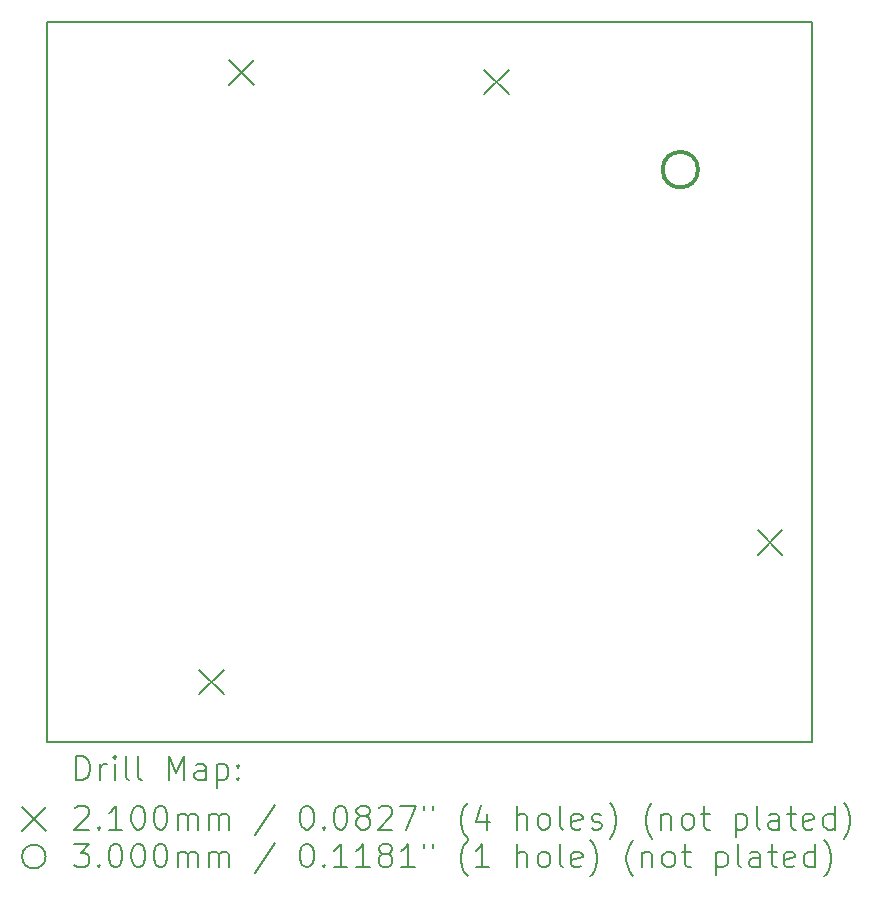
<source format=gbr>
%TF.GenerationSoftware,KiCad,Pcbnew,8.0.5*%
%TF.CreationDate,2024-10-17T13:29:13-04:00*%
%TF.ProjectId,PCB,5043422e-6b69-4636-9164-5f7063625858,rev?*%
%TF.SameCoordinates,Original*%
%TF.FileFunction,Drillmap*%
%TF.FilePolarity,Positive*%
%FSLAX45Y45*%
G04 Gerber Fmt 4.5, Leading zero omitted, Abs format (unit mm)*
G04 Created by KiCad (PCBNEW 8.0.5) date 2024-10-17 13:29:13*
%MOMM*%
%LPD*%
G01*
G04 APERTURE LIST*
%ADD10C,0.200000*%
%ADD11C,0.210000*%
%ADD12C,0.300000*%
G04 APERTURE END LIST*
D10*
X17145000Y-8382000D02*
X23622000Y-8382000D01*
X23622000Y-14478000D01*
X17145000Y-14478000D01*
X17145000Y-8382000D01*
D11*
X18437000Y-13865000D02*
X18647000Y-14075000D01*
X18647000Y-13865000D02*
X18437000Y-14075000D01*
X18691000Y-8705000D02*
X18901000Y-8915000D01*
X18901000Y-8705000D02*
X18691000Y-8915000D01*
X20850000Y-8785000D02*
X21060000Y-8995000D01*
X21060000Y-8785000D02*
X20850000Y-8995000D01*
X23163000Y-12686000D02*
X23373000Y-12896000D01*
X23373000Y-12686000D02*
X23163000Y-12896000D01*
D12*
X22659000Y-9632000D02*
G75*
G02*
X22359000Y-9632000I-150000J0D01*
G01*
X22359000Y-9632000D02*
G75*
G02*
X22659000Y-9632000I150000J0D01*
G01*
D10*
X17395777Y-14799484D02*
X17395777Y-14599484D01*
X17395777Y-14599484D02*
X17443396Y-14599484D01*
X17443396Y-14599484D02*
X17471967Y-14609008D01*
X17471967Y-14609008D02*
X17491015Y-14628055D01*
X17491015Y-14628055D02*
X17500539Y-14647103D01*
X17500539Y-14647103D02*
X17510063Y-14685198D01*
X17510063Y-14685198D02*
X17510063Y-14713769D01*
X17510063Y-14713769D02*
X17500539Y-14751865D01*
X17500539Y-14751865D02*
X17491015Y-14770912D01*
X17491015Y-14770912D02*
X17471967Y-14789960D01*
X17471967Y-14789960D02*
X17443396Y-14799484D01*
X17443396Y-14799484D02*
X17395777Y-14799484D01*
X17595777Y-14799484D02*
X17595777Y-14666150D01*
X17595777Y-14704246D02*
X17605301Y-14685198D01*
X17605301Y-14685198D02*
X17614824Y-14675674D01*
X17614824Y-14675674D02*
X17633872Y-14666150D01*
X17633872Y-14666150D02*
X17652920Y-14666150D01*
X17719586Y-14799484D02*
X17719586Y-14666150D01*
X17719586Y-14599484D02*
X17710063Y-14609008D01*
X17710063Y-14609008D02*
X17719586Y-14618531D01*
X17719586Y-14618531D02*
X17729110Y-14609008D01*
X17729110Y-14609008D02*
X17719586Y-14599484D01*
X17719586Y-14599484D02*
X17719586Y-14618531D01*
X17843396Y-14799484D02*
X17824348Y-14789960D01*
X17824348Y-14789960D02*
X17814824Y-14770912D01*
X17814824Y-14770912D02*
X17814824Y-14599484D01*
X17948158Y-14799484D02*
X17929110Y-14789960D01*
X17929110Y-14789960D02*
X17919586Y-14770912D01*
X17919586Y-14770912D02*
X17919586Y-14599484D01*
X18176729Y-14799484D02*
X18176729Y-14599484D01*
X18176729Y-14599484D02*
X18243396Y-14742341D01*
X18243396Y-14742341D02*
X18310063Y-14599484D01*
X18310063Y-14599484D02*
X18310063Y-14799484D01*
X18491015Y-14799484D02*
X18491015Y-14694722D01*
X18491015Y-14694722D02*
X18481491Y-14675674D01*
X18481491Y-14675674D02*
X18462444Y-14666150D01*
X18462444Y-14666150D02*
X18424348Y-14666150D01*
X18424348Y-14666150D02*
X18405301Y-14675674D01*
X18491015Y-14789960D02*
X18471967Y-14799484D01*
X18471967Y-14799484D02*
X18424348Y-14799484D01*
X18424348Y-14799484D02*
X18405301Y-14789960D01*
X18405301Y-14789960D02*
X18395777Y-14770912D01*
X18395777Y-14770912D02*
X18395777Y-14751865D01*
X18395777Y-14751865D02*
X18405301Y-14732817D01*
X18405301Y-14732817D02*
X18424348Y-14723293D01*
X18424348Y-14723293D02*
X18471967Y-14723293D01*
X18471967Y-14723293D02*
X18491015Y-14713769D01*
X18586253Y-14666150D02*
X18586253Y-14866150D01*
X18586253Y-14675674D02*
X18605301Y-14666150D01*
X18605301Y-14666150D02*
X18643396Y-14666150D01*
X18643396Y-14666150D02*
X18662444Y-14675674D01*
X18662444Y-14675674D02*
X18671967Y-14685198D01*
X18671967Y-14685198D02*
X18681491Y-14704246D01*
X18681491Y-14704246D02*
X18681491Y-14761388D01*
X18681491Y-14761388D02*
X18671967Y-14780436D01*
X18671967Y-14780436D02*
X18662444Y-14789960D01*
X18662444Y-14789960D02*
X18643396Y-14799484D01*
X18643396Y-14799484D02*
X18605301Y-14799484D01*
X18605301Y-14799484D02*
X18586253Y-14789960D01*
X18767205Y-14780436D02*
X18776729Y-14789960D01*
X18776729Y-14789960D02*
X18767205Y-14799484D01*
X18767205Y-14799484D02*
X18757682Y-14789960D01*
X18757682Y-14789960D02*
X18767205Y-14780436D01*
X18767205Y-14780436D02*
X18767205Y-14799484D01*
X18767205Y-14675674D02*
X18776729Y-14685198D01*
X18776729Y-14685198D02*
X18767205Y-14694722D01*
X18767205Y-14694722D02*
X18757682Y-14685198D01*
X18757682Y-14685198D02*
X18767205Y-14675674D01*
X18767205Y-14675674D02*
X18767205Y-14694722D01*
X16935000Y-15028000D02*
X17135000Y-15228000D01*
X17135000Y-15028000D02*
X16935000Y-15228000D01*
X17386253Y-15038531D02*
X17395777Y-15029008D01*
X17395777Y-15029008D02*
X17414824Y-15019484D01*
X17414824Y-15019484D02*
X17462444Y-15019484D01*
X17462444Y-15019484D02*
X17481491Y-15029008D01*
X17481491Y-15029008D02*
X17491015Y-15038531D01*
X17491015Y-15038531D02*
X17500539Y-15057579D01*
X17500539Y-15057579D02*
X17500539Y-15076627D01*
X17500539Y-15076627D02*
X17491015Y-15105198D01*
X17491015Y-15105198D02*
X17376729Y-15219484D01*
X17376729Y-15219484D02*
X17500539Y-15219484D01*
X17586253Y-15200436D02*
X17595777Y-15209960D01*
X17595777Y-15209960D02*
X17586253Y-15219484D01*
X17586253Y-15219484D02*
X17576729Y-15209960D01*
X17576729Y-15209960D02*
X17586253Y-15200436D01*
X17586253Y-15200436D02*
X17586253Y-15219484D01*
X17786253Y-15219484D02*
X17671967Y-15219484D01*
X17729110Y-15219484D02*
X17729110Y-15019484D01*
X17729110Y-15019484D02*
X17710063Y-15048055D01*
X17710063Y-15048055D02*
X17691015Y-15067103D01*
X17691015Y-15067103D02*
X17671967Y-15076627D01*
X17910063Y-15019484D02*
X17929110Y-15019484D01*
X17929110Y-15019484D02*
X17948158Y-15029008D01*
X17948158Y-15029008D02*
X17957682Y-15038531D01*
X17957682Y-15038531D02*
X17967205Y-15057579D01*
X17967205Y-15057579D02*
X17976729Y-15095674D01*
X17976729Y-15095674D02*
X17976729Y-15143293D01*
X17976729Y-15143293D02*
X17967205Y-15181388D01*
X17967205Y-15181388D02*
X17957682Y-15200436D01*
X17957682Y-15200436D02*
X17948158Y-15209960D01*
X17948158Y-15209960D02*
X17929110Y-15219484D01*
X17929110Y-15219484D02*
X17910063Y-15219484D01*
X17910063Y-15219484D02*
X17891015Y-15209960D01*
X17891015Y-15209960D02*
X17881491Y-15200436D01*
X17881491Y-15200436D02*
X17871967Y-15181388D01*
X17871967Y-15181388D02*
X17862444Y-15143293D01*
X17862444Y-15143293D02*
X17862444Y-15095674D01*
X17862444Y-15095674D02*
X17871967Y-15057579D01*
X17871967Y-15057579D02*
X17881491Y-15038531D01*
X17881491Y-15038531D02*
X17891015Y-15029008D01*
X17891015Y-15029008D02*
X17910063Y-15019484D01*
X18100539Y-15019484D02*
X18119586Y-15019484D01*
X18119586Y-15019484D02*
X18138634Y-15029008D01*
X18138634Y-15029008D02*
X18148158Y-15038531D01*
X18148158Y-15038531D02*
X18157682Y-15057579D01*
X18157682Y-15057579D02*
X18167205Y-15095674D01*
X18167205Y-15095674D02*
X18167205Y-15143293D01*
X18167205Y-15143293D02*
X18157682Y-15181388D01*
X18157682Y-15181388D02*
X18148158Y-15200436D01*
X18148158Y-15200436D02*
X18138634Y-15209960D01*
X18138634Y-15209960D02*
X18119586Y-15219484D01*
X18119586Y-15219484D02*
X18100539Y-15219484D01*
X18100539Y-15219484D02*
X18081491Y-15209960D01*
X18081491Y-15209960D02*
X18071967Y-15200436D01*
X18071967Y-15200436D02*
X18062444Y-15181388D01*
X18062444Y-15181388D02*
X18052920Y-15143293D01*
X18052920Y-15143293D02*
X18052920Y-15095674D01*
X18052920Y-15095674D02*
X18062444Y-15057579D01*
X18062444Y-15057579D02*
X18071967Y-15038531D01*
X18071967Y-15038531D02*
X18081491Y-15029008D01*
X18081491Y-15029008D02*
X18100539Y-15019484D01*
X18252920Y-15219484D02*
X18252920Y-15086150D01*
X18252920Y-15105198D02*
X18262444Y-15095674D01*
X18262444Y-15095674D02*
X18281491Y-15086150D01*
X18281491Y-15086150D02*
X18310063Y-15086150D01*
X18310063Y-15086150D02*
X18329110Y-15095674D01*
X18329110Y-15095674D02*
X18338634Y-15114722D01*
X18338634Y-15114722D02*
X18338634Y-15219484D01*
X18338634Y-15114722D02*
X18348158Y-15095674D01*
X18348158Y-15095674D02*
X18367205Y-15086150D01*
X18367205Y-15086150D02*
X18395777Y-15086150D01*
X18395777Y-15086150D02*
X18414825Y-15095674D01*
X18414825Y-15095674D02*
X18424348Y-15114722D01*
X18424348Y-15114722D02*
X18424348Y-15219484D01*
X18519586Y-15219484D02*
X18519586Y-15086150D01*
X18519586Y-15105198D02*
X18529110Y-15095674D01*
X18529110Y-15095674D02*
X18548158Y-15086150D01*
X18548158Y-15086150D02*
X18576729Y-15086150D01*
X18576729Y-15086150D02*
X18595777Y-15095674D01*
X18595777Y-15095674D02*
X18605301Y-15114722D01*
X18605301Y-15114722D02*
X18605301Y-15219484D01*
X18605301Y-15114722D02*
X18614825Y-15095674D01*
X18614825Y-15095674D02*
X18633872Y-15086150D01*
X18633872Y-15086150D02*
X18662444Y-15086150D01*
X18662444Y-15086150D02*
X18681491Y-15095674D01*
X18681491Y-15095674D02*
X18691015Y-15114722D01*
X18691015Y-15114722D02*
X18691015Y-15219484D01*
X19081491Y-15009960D02*
X18910063Y-15267103D01*
X19338634Y-15019484D02*
X19357682Y-15019484D01*
X19357682Y-15019484D02*
X19376729Y-15029008D01*
X19376729Y-15029008D02*
X19386253Y-15038531D01*
X19386253Y-15038531D02*
X19395777Y-15057579D01*
X19395777Y-15057579D02*
X19405301Y-15095674D01*
X19405301Y-15095674D02*
X19405301Y-15143293D01*
X19405301Y-15143293D02*
X19395777Y-15181388D01*
X19395777Y-15181388D02*
X19386253Y-15200436D01*
X19386253Y-15200436D02*
X19376729Y-15209960D01*
X19376729Y-15209960D02*
X19357682Y-15219484D01*
X19357682Y-15219484D02*
X19338634Y-15219484D01*
X19338634Y-15219484D02*
X19319587Y-15209960D01*
X19319587Y-15209960D02*
X19310063Y-15200436D01*
X19310063Y-15200436D02*
X19300539Y-15181388D01*
X19300539Y-15181388D02*
X19291015Y-15143293D01*
X19291015Y-15143293D02*
X19291015Y-15095674D01*
X19291015Y-15095674D02*
X19300539Y-15057579D01*
X19300539Y-15057579D02*
X19310063Y-15038531D01*
X19310063Y-15038531D02*
X19319587Y-15029008D01*
X19319587Y-15029008D02*
X19338634Y-15019484D01*
X19491015Y-15200436D02*
X19500539Y-15209960D01*
X19500539Y-15209960D02*
X19491015Y-15219484D01*
X19491015Y-15219484D02*
X19481491Y-15209960D01*
X19481491Y-15209960D02*
X19491015Y-15200436D01*
X19491015Y-15200436D02*
X19491015Y-15219484D01*
X19624348Y-15019484D02*
X19643396Y-15019484D01*
X19643396Y-15019484D02*
X19662444Y-15029008D01*
X19662444Y-15029008D02*
X19671968Y-15038531D01*
X19671968Y-15038531D02*
X19681491Y-15057579D01*
X19681491Y-15057579D02*
X19691015Y-15095674D01*
X19691015Y-15095674D02*
X19691015Y-15143293D01*
X19691015Y-15143293D02*
X19681491Y-15181388D01*
X19681491Y-15181388D02*
X19671968Y-15200436D01*
X19671968Y-15200436D02*
X19662444Y-15209960D01*
X19662444Y-15209960D02*
X19643396Y-15219484D01*
X19643396Y-15219484D02*
X19624348Y-15219484D01*
X19624348Y-15219484D02*
X19605301Y-15209960D01*
X19605301Y-15209960D02*
X19595777Y-15200436D01*
X19595777Y-15200436D02*
X19586253Y-15181388D01*
X19586253Y-15181388D02*
X19576729Y-15143293D01*
X19576729Y-15143293D02*
X19576729Y-15095674D01*
X19576729Y-15095674D02*
X19586253Y-15057579D01*
X19586253Y-15057579D02*
X19595777Y-15038531D01*
X19595777Y-15038531D02*
X19605301Y-15029008D01*
X19605301Y-15029008D02*
X19624348Y-15019484D01*
X19805301Y-15105198D02*
X19786253Y-15095674D01*
X19786253Y-15095674D02*
X19776729Y-15086150D01*
X19776729Y-15086150D02*
X19767206Y-15067103D01*
X19767206Y-15067103D02*
X19767206Y-15057579D01*
X19767206Y-15057579D02*
X19776729Y-15038531D01*
X19776729Y-15038531D02*
X19786253Y-15029008D01*
X19786253Y-15029008D02*
X19805301Y-15019484D01*
X19805301Y-15019484D02*
X19843396Y-15019484D01*
X19843396Y-15019484D02*
X19862444Y-15029008D01*
X19862444Y-15029008D02*
X19871968Y-15038531D01*
X19871968Y-15038531D02*
X19881491Y-15057579D01*
X19881491Y-15057579D02*
X19881491Y-15067103D01*
X19881491Y-15067103D02*
X19871968Y-15086150D01*
X19871968Y-15086150D02*
X19862444Y-15095674D01*
X19862444Y-15095674D02*
X19843396Y-15105198D01*
X19843396Y-15105198D02*
X19805301Y-15105198D01*
X19805301Y-15105198D02*
X19786253Y-15114722D01*
X19786253Y-15114722D02*
X19776729Y-15124246D01*
X19776729Y-15124246D02*
X19767206Y-15143293D01*
X19767206Y-15143293D02*
X19767206Y-15181388D01*
X19767206Y-15181388D02*
X19776729Y-15200436D01*
X19776729Y-15200436D02*
X19786253Y-15209960D01*
X19786253Y-15209960D02*
X19805301Y-15219484D01*
X19805301Y-15219484D02*
X19843396Y-15219484D01*
X19843396Y-15219484D02*
X19862444Y-15209960D01*
X19862444Y-15209960D02*
X19871968Y-15200436D01*
X19871968Y-15200436D02*
X19881491Y-15181388D01*
X19881491Y-15181388D02*
X19881491Y-15143293D01*
X19881491Y-15143293D02*
X19871968Y-15124246D01*
X19871968Y-15124246D02*
X19862444Y-15114722D01*
X19862444Y-15114722D02*
X19843396Y-15105198D01*
X19957682Y-15038531D02*
X19967206Y-15029008D01*
X19967206Y-15029008D02*
X19986253Y-15019484D01*
X19986253Y-15019484D02*
X20033872Y-15019484D01*
X20033872Y-15019484D02*
X20052920Y-15029008D01*
X20052920Y-15029008D02*
X20062444Y-15038531D01*
X20062444Y-15038531D02*
X20071968Y-15057579D01*
X20071968Y-15057579D02*
X20071968Y-15076627D01*
X20071968Y-15076627D02*
X20062444Y-15105198D01*
X20062444Y-15105198D02*
X19948158Y-15219484D01*
X19948158Y-15219484D02*
X20071968Y-15219484D01*
X20138634Y-15019484D02*
X20271968Y-15019484D01*
X20271968Y-15019484D02*
X20186253Y-15219484D01*
X20338634Y-15019484D02*
X20338634Y-15057579D01*
X20414825Y-15019484D02*
X20414825Y-15057579D01*
X20710063Y-15295674D02*
X20700539Y-15286150D01*
X20700539Y-15286150D02*
X20681491Y-15257579D01*
X20681491Y-15257579D02*
X20671968Y-15238531D01*
X20671968Y-15238531D02*
X20662444Y-15209960D01*
X20662444Y-15209960D02*
X20652920Y-15162341D01*
X20652920Y-15162341D02*
X20652920Y-15124246D01*
X20652920Y-15124246D02*
X20662444Y-15076627D01*
X20662444Y-15076627D02*
X20671968Y-15048055D01*
X20671968Y-15048055D02*
X20681491Y-15029008D01*
X20681491Y-15029008D02*
X20700539Y-15000436D01*
X20700539Y-15000436D02*
X20710063Y-14990912D01*
X20871968Y-15086150D02*
X20871968Y-15219484D01*
X20824349Y-15009960D02*
X20776730Y-15152817D01*
X20776730Y-15152817D02*
X20900539Y-15152817D01*
X21129111Y-15219484D02*
X21129111Y-15019484D01*
X21214825Y-15219484D02*
X21214825Y-15114722D01*
X21214825Y-15114722D02*
X21205301Y-15095674D01*
X21205301Y-15095674D02*
X21186253Y-15086150D01*
X21186253Y-15086150D02*
X21157682Y-15086150D01*
X21157682Y-15086150D02*
X21138634Y-15095674D01*
X21138634Y-15095674D02*
X21129111Y-15105198D01*
X21338634Y-15219484D02*
X21319587Y-15209960D01*
X21319587Y-15209960D02*
X21310063Y-15200436D01*
X21310063Y-15200436D02*
X21300539Y-15181388D01*
X21300539Y-15181388D02*
X21300539Y-15124246D01*
X21300539Y-15124246D02*
X21310063Y-15105198D01*
X21310063Y-15105198D02*
X21319587Y-15095674D01*
X21319587Y-15095674D02*
X21338634Y-15086150D01*
X21338634Y-15086150D02*
X21367206Y-15086150D01*
X21367206Y-15086150D02*
X21386253Y-15095674D01*
X21386253Y-15095674D02*
X21395777Y-15105198D01*
X21395777Y-15105198D02*
X21405301Y-15124246D01*
X21405301Y-15124246D02*
X21405301Y-15181388D01*
X21405301Y-15181388D02*
X21395777Y-15200436D01*
X21395777Y-15200436D02*
X21386253Y-15209960D01*
X21386253Y-15209960D02*
X21367206Y-15219484D01*
X21367206Y-15219484D02*
X21338634Y-15219484D01*
X21519587Y-15219484D02*
X21500539Y-15209960D01*
X21500539Y-15209960D02*
X21491015Y-15190912D01*
X21491015Y-15190912D02*
X21491015Y-15019484D01*
X21671968Y-15209960D02*
X21652920Y-15219484D01*
X21652920Y-15219484D02*
X21614825Y-15219484D01*
X21614825Y-15219484D02*
X21595777Y-15209960D01*
X21595777Y-15209960D02*
X21586253Y-15190912D01*
X21586253Y-15190912D02*
X21586253Y-15114722D01*
X21586253Y-15114722D02*
X21595777Y-15095674D01*
X21595777Y-15095674D02*
X21614825Y-15086150D01*
X21614825Y-15086150D02*
X21652920Y-15086150D01*
X21652920Y-15086150D02*
X21671968Y-15095674D01*
X21671968Y-15095674D02*
X21681492Y-15114722D01*
X21681492Y-15114722D02*
X21681492Y-15133769D01*
X21681492Y-15133769D02*
X21586253Y-15152817D01*
X21757682Y-15209960D02*
X21776730Y-15219484D01*
X21776730Y-15219484D02*
X21814825Y-15219484D01*
X21814825Y-15219484D02*
X21833873Y-15209960D01*
X21833873Y-15209960D02*
X21843396Y-15190912D01*
X21843396Y-15190912D02*
X21843396Y-15181388D01*
X21843396Y-15181388D02*
X21833873Y-15162341D01*
X21833873Y-15162341D02*
X21814825Y-15152817D01*
X21814825Y-15152817D02*
X21786253Y-15152817D01*
X21786253Y-15152817D02*
X21767206Y-15143293D01*
X21767206Y-15143293D02*
X21757682Y-15124246D01*
X21757682Y-15124246D02*
X21757682Y-15114722D01*
X21757682Y-15114722D02*
X21767206Y-15095674D01*
X21767206Y-15095674D02*
X21786253Y-15086150D01*
X21786253Y-15086150D02*
X21814825Y-15086150D01*
X21814825Y-15086150D02*
X21833873Y-15095674D01*
X21910063Y-15295674D02*
X21919587Y-15286150D01*
X21919587Y-15286150D02*
X21938634Y-15257579D01*
X21938634Y-15257579D02*
X21948158Y-15238531D01*
X21948158Y-15238531D02*
X21957682Y-15209960D01*
X21957682Y-15209960D02*
X21967206Y-15162341D01*
X21967206Y-15162341D02*
X21967206Y-15124246D01*
X21967206Y-15124246D02*
X21957682Y-15076627D01*
X21957682Y-15076627D02*
X21948158Y-15048055D01*
X21948158Y-15048055D02*
X21938634Y-15029008D01*
X21938634Y-15029008D02*
X21919587Y-15000436D01*
X21919587Y-15000436D02*
X21910063Y-14990912D01*
X22271968Y-15295674D02*
X22262444Y-15286150D01*
X22262444Y-15286150D02*
X22243396Y-15257579D01*
X22243396Y-15257579D02*
X22233873Y-15238531D01*
X22233873Y-15238531D02*
X22224349Y-15209960D01*
X22224349Y-15209960D02*
X22214825Y-15162341D01*
X22214825Y-15162341D02*
X22214825Y-15124246D01*
X22214825Y-15124246D02*
X22224349Y-15076627D01*
X22224349Y-15076627D02*
X22233873Y-15048055D01*
X22233873Y-15048055D02*
X22243396Y-15029008D01*
X22243396Y-15029008D02*
X22262444Y-15000436D01*
X22262444Y-15000436D02*
X22271968Y-14990912D01*
X22348158Y-15086150D02*
X22348158Y-15219484D01*
X22348158Y-15105198D02*
X22357682Y-15095674D01*
X22357682Y-15095674D02*
X22376730Y-15086150D01*
X22376730Y-15086150D02*
X22405301Y-15086150D01*
X22405301Y-15086150D02*
X22424349Y-15095674D01*
X22424349Y-15095674D02*
X22433872Y-15114722D01*
X22433872Y-15114722D02*
X22433872Y-15219484D01*
X22557682Y-15219484D02*
X22538634Y-15209960D01*
X22538634Y-15209960D02*
X22529111Y-15200436D01*
X22529111Y-15200436D02*
X22519587Y-15181388D01*
X22519587Y-15181388D02*
X22519587Y-15124246D01*
X22519587Y-15124246D02*
X22529111Y-15105198D01*
X22529111Y-15105198D02*
X22538634Y-15095674D01*
X22538634Y-15095674D02*
X22557682Y-15086150D01*
X22557682Y-15086150D02*
X22586253Y-15086150D01*
X22586253Y-15086150D02*
X22605301Y-15095674D01*
X22605301Y-15095674D02*
X22614825Y-15105198D01*
X22614825Y-15105198D02*
X22624349Y-15124246D01*
X22624349Y-15124246D02*
X22624349Y-15181388D01*
X22624349Y-15181388D02*
X22614825Y-15200436D01*
X22614825Y-15200436D02*
X22605301Y-15209960D01*
X22605301Y-15209960D02*
X22586253Y-15219484D01*
X22586253Y-15219484D02*
X22557682Y-15219484D01*
X22681492Y-15086150D02*
X22757682Y-15086150D01*
X22710063Y-15019484D02*
X22710063Y-15190912D01*
X22710063Y-15190912D02*
X22719587Y-15209960D01*
X22719587Y-15209960D02*
X22738634Y-15219484D01*
X22738634Y-15219484D02*
X22757682Y-15219484D01*
X22976730Y-15086150D02*
X22976730Y-15286150D01*
X22976730Y-15095674D02*
X22995777Y-15086150D01*
X22995777Y-15086150D02*
X23033873Y-15086150D01*
X23033873Y-15086150D02*
X23052920Y-15095674D01*
X23052920Y-15095674D02*
X23062444Y-15105198D01*
X23062444Y-15105198D02*
X23071968Y-15124246D01*
X23071968Y-15124246D02*
X23071968Y-15181388D01*
X23071968Y-15181388D02*
X23062444Y-15200436D01*
X23062444Y-15200436D02*
X23052920Y-15209960D01*
X23052920Y-15209960D02*
X23033873Y-15219484D01*
X23033873Y-15219484D02*
X22995777Y-15219484D01*
X22995777Y-15219484D02*
X22976730Y-15209960D01*
X23186253Y-15219484D02*
X23167206Y-15209960D01*
X23167206Y-15209960D02*
X23157682Y-15190912D01*
X23157682Y-15190912D02*
X23157682Y-15019484D01*
X23348158Y-15219484D02*
X23348158Y-15114722D01*
X23348158Y-15114722D02*
X23338634Y-15095674D01*
X23338634Y-15095674D02*
X23319587Y-15086150D01*
X23319587Y-15086150D02*
X23281492Y-15086150D01*
X23281492Y-15086150D02*
X23262444Y-15095674D01*
X23348158Y-15209960D02*
X23329111Y-15219484D01*
X23329111Y-15219484D02*
X23281492Y-15219484D01*
X23281492Y-15219484D02*
X23262444Y-15209960D01*
X23262444Y-15209960D02*
X23252920Y-15190912D01*
X23252920Y-15190912D02*
X23252920Y-15171865D01*
X23252920Y-15171865D02*
X23262444Y-15152817D01*
X23262444Y-15152817D02*
X23281492Y-15143293D01*
X23281492Y-15143293D02*
X23329111Y-15143293D01*
X23329111Y-15143293D02*
X23348158Y-15133769D01*
X23414825Y-15086150D02*
X23491015Y-15086150D01*
X23443396Y-15019484D02*
X23443396Y-15190912D01*
X23443396Y-15190912D02*
X23452920Y-15209960D01*
X23452920Y-15209960D02*
X23471968Y-15219484D01*
X23471968Y-15219484D02*
X23491015Y-15219484D01*
X23633873Y-15209960D02*
X23614825Y-15219484D01*
X23614825Y-15219484D02*
X23576730Y-15219484D01*
X23576730Y-15219484D02*
X23557682Y-15209960D01*
X23557682Y-15209960D02*
X23548158Y-15190912D01*
X23548158Y-15190912D02*
X23548158Y-15114722D01*
X23548158Y-15114722D02*
X23557682Y-15095674D01*
X23557682Y-15095674D02*
X23576730Y-15086150D01*
X23576730Y-15086150D02*
X23614825Y-15086150D01*
X23614825Y-15086150D02*
X23633873Y-15095674D01*
X23633873Y-15095674D02*
X23643396Y-15114722D01*
X23643396Y-15114722D02*
X23643396Y-15133769D01*
X23643396Y-15133769D02*
X23548158Y-15152817D01*
X23814825Y-15219484D02*
X23814825Y-15019484D01*
X23814825Y-15209960D02*
X23795777Y-15219484D01*
X23795777Y-15219484D02*
X23757682Y-15219484D01*
X23757682Y-15219484D02*
X23738634Y-15209960D01*
X23738634Y-15209960D02*
X23729111Y-15200436D01*
X23729111Y-15200436D02*
X23719587Y-15181388D01*
X23719587Y-15181388D02*
X23719587Y-15124246D01*
X23719587Y-15124246D02*
X23729111Y-15105198D01*
X23729111Y-15105198D02*
X23738634Y-15095674D01*
X23738634Y-15095674D02*
X23757682Y-15086150D01*
X23757682Y-15086150D02*
X23795777Y-15086150D01*
X23795777Y-15086150D02*
X23814825Y-15095674D01*
X23891015Y-15295674D02*
X23900539Y-15286150D01*
X23900539Y-15286150D02*
X23919587Y-15257579D01*
X23919587Y-15257579D02*
X23929111Y-15238531D01*
X23929111Y-15238531D02*
X23938634Y-15209960D01*
X23938634Y-15209960D02*
X23948158Y-15162341D01*
X23948158Y-15162341D02*
X23948158Y-15124246D01*
X23948158Y-15124246D02*
X23938634Y-15076627D01*
X23938634Y-15076627D02*
X23929111Y-15048055D01*
X23929111Y-15048055D02*
X23919587Y-15029008D01*
X23919587Y-15029008D02*
X23900539Y-15000436D01*
X23900539Y-15000436D02*
X23891015Y-14990912D01*
X17135000Y-15448000D02*
G75*
G02*
X16935000Y-15448000I-100000J0D01*
G01*
X16935000Y-15448000D02*
G75*
G02*
X17135000Y-15448000I100000J0D01*
G01*
X17376729Y-15339484D02*
X17500539Y-15339484D01*
X17500539Y-15339484D02*
X17433872Y-15415674D01*
X17433872Y-15415674D02*
X17462444Y-15415674D01*
X17462444Y-15415674D02*
X17481491Y-15425198D01*
X17481491Y-15425198D02*
X17491015Y-15434722D01*
X17491015Y-15434722D02*
X17500539Y-15453769D01*
X17500539Y-15453769D02*
X17500539Y-15501388D01*
X17500539Y-15501388D02*
X17491015Y-15520436D01*
X17491015Y-15520436D02*
X17481491Y-15529960D01*
X17481491Y-15529960D02*
X17462444Y-15539484D01*
X17462444Y-15539484D02*
X17405301Y-15539484D01*
X17405301Y-15539484D02*
X17386253Y-15529960D01*
X17386253Y-15529960D02*
X17376729Y-15520436D01*
X17586253Y-15520436D02*
X17595777Y-15529960D01*
X17595777Y-15529960D02*
X17586253Y-15539484D01*
X17586253Y-15539484D02*
X17576729Y-15529960D01*
X17576729Y-15529960D02*
X17586253Y-15520436D01*
X17586253Y-15520436D02*
X17586253Y-15539484D01*
X17719586Y-15339484D02*
X17738634Y-15339484D01*
X17738634Y-15339484D02*
X17757682Y-15349008D01*
X17757682Y-15349008D02*
X17767205Y-15358531D01*
X17767205Y-15358531D02*
X17776729Y-15377579D01*
X17776729Y-15377579D02*
X17786253Y-15415674D01*
X17786253Y-15415674D02*
X17786253Y-15463293D01*
X17786253Y-15463293D02*
X17776729Y-15501388D01*
X17776729Y-15501388D02*
X17767205Y-15520436D01*
X17767205Y-15520436D02*
X17757682Y-15529960D01*
X17757682Y-15529960D02*
X17738634Y-15539484D01*
X17738634Y-15539484D02*
X17719586Y-15539484D01*
X17719586Y-15539484D02*
X17700539Y-15529960D01*
X17700539Y-15529960D02*
X17691015Y-15520436D01*
X17691015Y-15520436D02*
X17681491Y-15501388D01*
X17681491Y-15501388D02*
X17671967Y-15463293D01*
X17671967Y-15463293D02*
X17671967Y-15415674D01*
X17671967Y-15415674D02*
X17681491Y-15377579D01*
X17681491Y-15377579D02*
X17691015Y-15358531D01*
X17691015Y-15358531D02*
X17700539Y-15349008D01*
X17700539Y-15349008D02*
X17719586Y-15339484D01*
X17910063Y-15339484D02*
X17929110Y-15339484D01*
X17929110Y-15339484D02*
X17948158Y-15349008D01*
X17948158Y-15349008D02*
X17957682Y-15358531D01*
X17957682Y-15358531D02*
X17967205Y-15377579D01*
X17967205Y-15377579D02*
X17976729Y-15415674D01*
X17976729Y-15415674D02*
X17976729Y-15463293D01*
X17976729Y-15463293D02*
X17967205Y-15501388D01*
X17967205Y-15501388D02*
X17957682Y-15520436D01*
X17957682Y-15520436D02*
X17948158Y-15529960D01*
X17948158Y-15529960D02*
X17929110Y-15539484D01*
X17929110Y-15539484D02*
X17910063Y-15539484D01*
X17910063Y-15539484D02*
X17891015Y-15529960D01*
X17891015Y-15529960D02*
X17881491Y-15520436D01*
X17881491Y-15520436D02*
X17871967Y-15501388D01*
X17871967Y-15501388D02*
X17862444Y-15463293D01*
X17862444Y-15463293D02*
X17862444Y-15415674D01*
X17862444Y-15415674D02*
X17871967Y-15377579D01*
X17871967Y-15377579D02*
X17881491Y-15358531D01*
X17881491Y-15358531D02*
X17891015Y-15349008D01*
X17891015Y-15349008D02*
X17910063Y-15339484D01*
X18100539Y-15339484D02*
X18119586Y-15339484D01*
X18119586Y-15339484D02*
X18138634Y-15349008D01*
X18138634Y-15349008D02*
X18148158Y-15358531D01*
X18148158Y-15358531D02*
X18157682Y-15377579D01*
X18157682Y-15377579D02*
X18167205Y-15415674D01*
X18167205Y-15415674D02*
X18167205Y-15463293D01*
X18167205Y-15463293D02*
X18157682Y-15501388D01*
X18157682Y-15501388D02*
X18148158Y-15520436D01*
X18148158Y-15520436D02*
X18138634Y-15529960D01*
X18138634Y-15529960D02*
X18119586Y-15539484D01*
X18119586Y-15539484D02*
X18100539Y-15539484D01*
X18100539Y-15539484D02*
X18081491Y-15529960D01*
X18081491Y-15529960D02*
X18071967Y-15520436D01*
X18071967Y-15520436D02*
X18062444Y-15501388D01*
X18062444Y-15501388D02*
X18052920Y-15463293D01*
X18052920Y-15463293D02*
X18052920Y-15415674D01*
X18052920Y-15415674D02*
X18062444Y-15377579D01*
X18062444Y-15377579D02*
X18071967Y-15358531D01*
X18071967Y-15358531D02*
X18081491Y-15349008D01*
X18081491Y-15349008D02*
X18100539Y-15339484D01*
X18252920Y-15539484D02*
X18252920Y-15406150D01*
X18252920Y-15425198D02*
X18262444Y-15415674D01*
X18262444Y-15415674D02*
X18281491Y-15406150D01*
X18281491Y-15406150D02*
X18310063Y-15406150D01*
X18310063Y-15406150D02*
X18329110Y-15415674D01*
X18329110Y-15415674D02*
X18338634Y-15434722D01*
X18338634Y-15434722D02*
X18338634Y-15539484D01*
X18338634Y-15434722D02*
X18348158Y-15415674D01*
X18348158Y-15415674D02*
X18367205Y-15406150D01*
X18367205Y-15406150D02*
X18395777Y-15406150D01*
X18395777Y-15406150D02*
X18414825Y-15415674D01*
X18414825Y-15415674D02*
X18424348Y-15434722D01*
X18424348Y-15434722D02*
X18424348Y-15539484D01*
X18519586Y-15539484D02*
X18519586Y-15406150D01*
X18519586Y-15425198D02*
X18529110Y-15415674D01*
X18529110Y-15415674D02*
X18548158Y-15406150D01*
X18548158Y-15406150D02*
X18576729Y-15406150D01*
X18576729Y-15406150D02*
X18595777Y-15415674D01*
X18595777Y-15415674D02*
X18605301Y-15434722D01*
X18605301Y-15434722D02*
X18605301Y-15539484D01*
X18605301Y-15434722D02*
X18614825Y-15415674D01*
X18614825Y-15415674D02*
X18633872Y-15406150D01*
X18633872Y-15406150D02*
X18662444Y-15406150D01*
X18662444Y-15406150D02*
X18681491Y-15415674D01*
X18681491Y-15415674D02*
X18691015Y-15434722D01*
X18691015Y-15434722D02*
X18691015Y-15539484D01*
X19081491Y-15329960D02*
X18910063Y-15587103D01*
X19338634Y-15339484D02*
X19357682Y-15339484D01*
X19357682Y-15339484D02*
X19376729Y-15349008D01*
X19376729Y-15349008D02*
X19386253Y-15358531D01*
X19386253Y-15358531D02*
X19395777Y-15377579D01*
X19395777Y-15377579D02*
X19405301Y-15415674D01*
X19405301Y-15415674D02*
X19405301Y-15463293D01*
X19405301Y-15463293D02*
X19395777Y-15501388D01*
X19395777Y-15501388D02*
X19386253Y-15520436D01*
X19386253Y-15520436D02*
X19376729Y-15529960D01*
X19376729Y-15529960D02*
X19357682Y-15539484D01*
X19357682Y-15539484D02*
X19338634Y-15539484D01*
X19338634Y-15539484D02*
X19319587Y-15529960D01*
X19319587Y-15529960D02*
X19310063Y-15520436D01*
X19310063Y-15520436D02*
X19300539Y-15501388D01*
X19300539Y-15501388D02*
X19291015Y-15463293D01*
X19291015Y-15463293D02*
X19291015Y-15415674D01*
X19291015Y-15415674D02*
X19300539Y-15377579D01*
X19300539Y-15377579D02*
X19310063Y-15358531D01*
X19310063Y-15358531D02*
X19319587Y-15349008D01*
X19319587Y-15349008D02*
X19338634Y-15339484D01*
X19491015Y-15520436D02*
X19500539Y-15529960D01*
X19500539Y-15529960D02*
X19491015Y-15539484D01*
X19491015Y-15539484D02*
X19481491Y-15529960D01*
X19481491Y-15529960D02*
X19491015Y-15520436D01*
X19491015Y-15520436D02*
X19491015Y-15539484D01*
X19691015Y-15539484D02*
X19576729Y-15539484D01*
X19633872Y-15539484D02*
X19633872Y-15339484D01*
X19633872Y-15339484D02*
X19614825Y-15368055D01*
X19614825Y-15368055D02*
X19595777Y-15387103D01*
X19595777Y-15387103D02*
X19576729Y-15396627D01*
X19881491Y-15539484D02*
X19767206Y-15539484D01*
X19824348Y-15539484D02*
X19824348Y-15339484D01*
X19824348Y-15339484D02*
X19805301Y-15368055D01*
X19805301Y-15368055D02*
X19786253Y-15387103D01*
X19786253Y-15387103D02*
X19767206Y-15396627D01*
X19995777Y-15425198D02*
X19976729Y-15415674D01*
X19976729Y-15415674D02*
X19967206Y-15406150D01*
X19967206Y-15406150D02*
X19957682Y-15387103D01*
X19957682Y-15387103D02*
X19957682Y-15377579D01*
X19957682Y-15377579D02*
X19967206Y-15358531D01*
X19967206Y-15358531D02*
X19976729Y-15349008D01*
X19976729Y-15349008D02*
X19995777Y-15339484D01*
X19995777Y-15339484D02*
X20033872Y-15339484D01*
X20033872Y-15339484D02*
X20052920Y-15349008D01*
X20052920Y-15349008D02*
X20062444Y-15358531D01*
X20062444Y-15358531D02*
X20071968Y-15377579D01*
X20071968Y-15377579D02*
X20071968Y-15387103D01*
X20071968Y-15387103D02*
X20062444Y-15406150D01*
X20062444Y-15406150D02*
X20052920Y-15415674D01*
X20052920Y-15415674D02*
X20033872Y-15425198D01*
X20033872Y-15425198D02*
X19995777Y-15425198D01*
X19995777Y-15425198D02*
X19976729Y-15434722D01*
X19976729Y-15434722D02*
X19967206Y-15444246D01*
X19967206Y-15444246D02*
X19957682Y-15463293D01*
X19957682Y-15463293D02*
X19957682Y-15501388D01*
X19957682Y-15501388D02*
X19967206Y-15520436D01*
X19967206Y-15520436D02*
X19976729Y-15529960D01*
X19976729Y-15529960D02*
X19995777Y-15539484D01*
X19995777Y-15539484D02*
X20033872Y-15539484D01*
X20033872Y-15539484D02*
X20052920Y-15529960D01*
X20052920Y-15529960D02*
X20062444Y-15520436D01*
X20062444Y-15520436D02*
X20071968Y-15501388D01*
X20071968Y-15501388D02*
X20071968Y-15463293D01*
X20071968Y-15463293D02*
X20062444Y-15444246D01*
X20062444Y-15444246D02*
X20052920Y-15434722D01*
X20052920Y-15434722D02*
X20033872Y-15425198D01*
X20262444Y-15539484D02*
X20148158Y-15539484D01*
X20205301Y-15539484D02*
X20205301Y-15339484D01*
X20205301Y-15339484D02*
X20186253Y-15368055D01*
X20186253Y-15368055D02*
X20167206Y-15387103D01*
X20167206Y-15387103D02*
X20148158Y-15396627D01*
X20338634Y-15339484D02*
X20338634Y-15377579D01*
X20414825Y-15339484D02*
X20414825Y-15377579D01*
X20710063Y-15615674D02*
X20700539Y-15606150D01*
X20700539Y-15606150D02*
X20681491Y-15577579D01*
X20681491Y-15577579D02*
X20671968Y-15558531D01*
X20671968Y-15558531D02*
X20662444Y-15529960D01*
X20662444Y-15529960D02*
X20652920Y-15482341D01*
X20652920Y-15482341D02*
X20652920Y-15444246D01*
X20652920Y-15444246D02*
X20662444Y-15396627D01*
X20662444Y-15396627D02*
X20671968Y-15368055D01*
X20671968Y-15368055D02*
X20681491Y-15349008D01*
X20681491Y-15349008D02*
X20700539Y-15320436D01*
X20700539Y-15320436D02*
X20710063Y-15310912D01*
X20891015Y-15539484D02*
X20776730Y-15539484D01*
X20833872Y-15539484D02*
X20833872Y-15339484D01*
X20833872Y-15339484D02*
X20814825Y-15368055D01*
X20814825Y-15368055D02*
X20795777Y-15387103D01*
X20795777Y-15387103D02*
X20776730Y-15396627D01*
X21129111Y-15539484D02*
X21129111Y-15339484D01*
X21214825Y-15539484D02*
X21214825Y-15434722D01*
X21214825Y-15434722D02*
X21205301Y-15415674D01*
X21205301Y-15415674D02*
X21186253Y-15406150D01*
X21186253Y-15406150D02*
X21157682Y-15406150D01*
X21157682Y-15406150D02*
X21138634Y-15415674D01*
X21138634Y-15415674D02*
X21129111Y-15425198D01*
X21338634Y-15539484D02*
X21319587Y-15529960D01*
X21319587Y-15529960D02*
X21310063Y-15520436D01*
X21310063Y-15520436D02*
X21300539Y-15501388D01*
X21300539Y-15501388D02*
X21300539Y-15444246D01*
X21300539Y-15444246D02*
X21310063Y-15425198D01*
X21310063Y-15425198D02*
X21319587Y-15415674D01*
X21319587Y-15415674D02*
X21338634Y-15406150D01*
X21338634Y-15406150D02*
X21367206Y-15406150D01*
X21367206Y-15406150D02*
X21386253Y-15415674D01*
X21386253Y-15415674D02*
X21395777Y-15425198D01*
X21395777Y-15425198D02*
X21405301Y-15444246D01*
X21405301Y-15444246D02*
X21405301Y-15501388D01*
X21405301Y-15501388D02*
X21395777Y-15520436D01*
X21395777Y-15520436D02*
X21386253Y-15529960D01*
X21386253Y-15529960D02*
X21367206Y-15539484D01*
X21367206Y-15539484D02*
X21338634Y-15539484D01*
X21519587Y-15539484D02*
X21500539Y-15529960D01*
X21500539Y-15529960D02*
X21491015Y-15510912D01*
X21491015Y-15510912D02*
X21491015Y-15339484D01*
X21671968Y-15529960D02*
X21652920Y-15539484D01*
X21652920Y-15539484D02*
X21614825Y-15539484D01*
X21614825Y-15539484D02*
X21595777Y-15529960D01*
X21595777Y-15529960D02*
X21586253Y-15510912D01*
X21586253Y-15510912D02*
X21586253Y-15434722D01*
X21586253Y-15434722D02*
X21595777Y-15415674D01*
X21595777Y-15415674D02*
X21614825Y-15406150D01*
X21614825Y-15406150D02*
X21652920Y-15406150D01*
X21652920Y-15406150D02*
X21671968Y-15415674D01*
X21671968Y-15415674D02*
X21681492Y-15434722D01*
X21681492Y-15434722D02*
X21681492Y-15453769D01*
X21681492Y-15453769D02*
X21586253Y-15472817D01*
X21748158Y-15615674D02*
X21757682Y-15606150D01*
X21757682Y-15606150D02*
X21776730Y-15577579D01*
X21776730Y-15577579D02*
X21786253Y-15558531D01*
X21786253Y-15558531D02*
X21795777Y-15529960D01*
X21795777Y-15529960D02*
X21805301Y-15482341D01*
X21805301Y-15482341D02*
X21805301Y-15444246D01*
X21805301Y-15444246D02*
X21795777Y-15396627D01*
X21795777Y-15396627D02*
X21786253Y-15368055D01*
X21786253Y-15368055D02*
X21776730Y-15349008D01*
X21776730Y-15349008D02*
X21757682Y-15320436D01*
X21757682Y-15320436D02*
X21748158Y-15310912D01*
X22110063Y-15615674D02*
X22100539Y-15606150D01*
X22100539Y-15606150D02*
X22081492Y-15577579D01*
X22081492Y-15577579D02*
X22071968Y-15558531D01*
X22071968Y-15558531D02*
X22062444Y-15529960D01*
X22062444Y-15529960D02*
X22052920Y-15482341D01*
X22052920Y-15482341D02*
X22052920Y-15444246D01*
X22052920Y-15444246D02*
X22062444Y-15396627D01*
X22062444Y-15396627D02*
X22071968Y-15368055D01*
X22071968Y-15368055D02*
X22081492Y-15349008D01*
X22081492Y-15349008D02*
X22100539Y-15320436D01*
X22100539Y-15320436D02*
X22110063Y-15310912D01*
X22186253Y-15406150D02*
X22186253Y-15539484D01*
X22186253Y-15425198D02*
X22195777Y-15415674D01*
X22195777Y-15415674D02*
X22214825Y-15406150D01*
X22214825Y-15406150D02*
X22243396Y-15406150D01*
X22243396Y-15406150D02*
X22262444Y-15415674D01*
X22262444Y-15415674D02*
X22271968Y-15434722D01*
X22271968Y-15434722D02*
X22271968Y-15539484D01*
X22395777Y-15539484D02*
X22376730Y-15529960D01*
X22376730Y-15529960D02*
X22367206Y-15520436D01*
X22367206Y-15520436D02*
X22357682Y-15501388D01*
X22357682Y-15501388D02*
X22357682Y-15444246D01*
X22357682Y-15444246D02*
X22367206Y-15425198D01*
X22367206Y-15425198D02*
X22376730Y-15415674D01*
X22376730Y-15415674D02*
X22395777Y-15406150D01*
X22395777Y-15406150D02*
X22424349Y-15406150D01*
X22424349Y-15406150D02*
X22443396Y-15415674D01*
X22443396Y-15415674D02*
X22452920Y-15425198D01*
X22452920Y-15425198D02*
X22462444Y-15444246D01*
X22462444Y-15444246D02*
X22462444Y-15501388D01*
X22462444Y-15501388D02*
X22452920Y-15520436D01*
X22452920Y-15520436D02*
X22443396Y-15529960D01*
X22443396Y-15529960D02*
X22424349Y-15539484D01*
X22424349Y-15539484D02*
X22395777Y-15539484D01*
X22519587Y-15406150D02*
X22595777Y-15406150D01*
X22548158Y-15339484D02*
X22548158Y-15510912D01*
X22548158Y-15510912D02*
X22557682Y-15529960D01*
X22557682Y-15529960D02*
X22576730Y-15539484D01*
X22576730Y-15539484D02*
X22595777Y-15539484D01*
X22814825Y-15406150D02*
X22814825Y-15606150D01*
X22814825Y-15415674D02*
X22833872Y-15406150D01*
X22833872Y-15406150D02*
X22871968Y-15406150D01*
X22871968Y-15406150D02*
X22891015Y-15415674D01*
X22891015Y-15415674D02*
X22900539Y-15425198D01*
X22900539Y-15425198D02*
X22910063Y-15444246D01*
X22910063Y-15444246D02*
X22910063Y-15501388D01*
X22910063Y-15501388D02*
X22900539Y-15520436D01*
X22900539Y-15520436D02*
X22891015Y-15529960D01*
X22891015Y-15529960D02*
X22871968Y-15539484D01*
X22871968Y-15539484D02*
X22833872Y-15539484D01*
X22833872Y-15539484D02*
X22814825Y-15529960D01*
X23024349Y-15539484D02*
X23005301Y-15529960D01*
X23005301Y-15529960D02*
X22995777Y-15510912D01*
X22995777Y-15510912D02*
X22995777Y-15339484D01*
X23186253Y-15539484D02*
X23186253Y-15434722D01*
X23186253Y-15434722D02*
X23176730Y-15415674D01*
X23176730Y-15415674D02*
X23157682Y-15406150D01*
X23157682Y-15406150D02*
X23119587Y-15406150D01*
X23119587Y-15406150D02*
X23100539Y-15415674D01*
X23186253Y-15529960D02*
X23167206Y-15539484D01*
X23167206Y-15539484D02*
X23119587Y-15539484D01*
X23119587Y-15539484D02*
X23100539Y-15529960D01*
X23100539Y-15529960D02*
X23091015Y-15510912D01*
X23091015Y-15510912D02*
X23091015Y-15491865D01*
X23091015Y-15491865D02*
X23100539Y-15472817D01*
X23100539Y-15472817D02*
X23119587Y-15463293D01*
X23119587Y-15463293D02*
X23167206Y-15463293D01*
X23167206Y-15463293D02*
X23186253Y-15453769D01*
X23252920Y-15406150D02*
X23329111Y-15406150D01*
X23281492Y-15339484D02*
X23281492Y-15510912D01*
X23281492Y-15510912D02*
X23291015Y-15529960D01*
X23291015Y-15529960D02*
X23310063Y-15539484D01*
X23310063Y-15539484D02*
X23329111Y-15539484D01*
X23471968Y-15529960D02*
X23452920Y-15539484D01*
X23452920Y-15539484D02*
X23414825Y-15539484D01*
X23414825Y-15539484D02*
X23395777Y-15529960D01*
X23395777Y-15529960D02*
X23386253Y-15510912D01*
X23386253Y-15510912D02*
X23386253Y-15434722D01*
X23386253Y-15434722D02*
X23395777Y-15415674D01*
X23395777Y-15415674D02*
X23414825Y-15406150D01*
X23414825Y-15406150D02*
X23452920Y-15406150D01*
X23452920Y-15406150D02*
X23471968Y-15415674D01*
X23471968Y-15415674D02*
X23481492Y-15434722D01*
X23481492Y-15434722D02*
X23481492Y-15453769D01*
X23481492Y-15453769D02*
X23386253Y-15472817D01*
X23652920Y-15539484D02*
X23652920Y-15339484D01*
X23652920Y-15529960D02*
X23633873Y-15539484D01*
X23633873Y-15539484D02*
X23595777Y-15539484D01*
X23595777Y-15539484D02*
X23576730Y-15529960D01*
X23576730Y-15529960D02*
X23567206Y-15520436D01*
X23567206Y-15520436D02*
X23557682Y-15501388D01*
X23557682Y-15501388D02*
X23557682Y-15444246D01*
X23557682Y-15444246D02*
X23567206Y-15425198D01*
X23567206Y-15425198D02*
X23576730Y-15415674D01*
X23576730Y-15415674D02*
X23595777Y-15406150D01*
X23595777Y-15406150D02*
X23633873Y-15406150D01*
X23633873Y-15406150D02*
X23652920Y-15415674D01*
X23729111Y-15615674D02*
X23738634Y-15606150D01*
X23738634Y-15606150D02*
X23757682Y-15577579D01*
X23757682Y-15577579D02*
X23767206Y-15558531D01*
X23767206Y-15558531D02*
X23776730Y-15529960D01*
X23776730Y-15529960D02*
X23786253Y-15482341D01*
X23786253Y-15482341D02*
X23786253Y-15444246D01*
X23786253Y-15444246D02*
X23776730Y-15396627D01*
X23776730Y-15396627D02*
X23767206Y-15368055D01*
X23767206Y-15368055D02*
X23757682Y-15349008D01*
X23757682Y-15349008D02*
X23738634Y-15320436D01*
X23738634Y-15320436D02*
X23729111Y-15310912D01*
M02*

</source>
